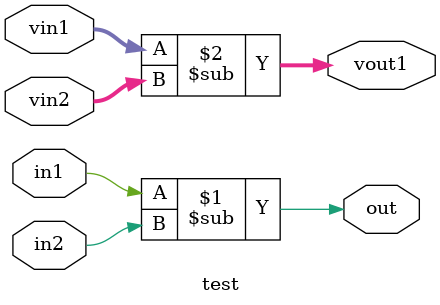
<source format=v>
module test(out, in1, in2, vin1, vin2, vout1);
output out;
input in1, in2;
input [1:0] vin1;
input [2:0] vin2;
output [3:0] vout1;

assign out = in1 - in2;
assign vout1 = vin1 - vin2;
endmodule

</source>
